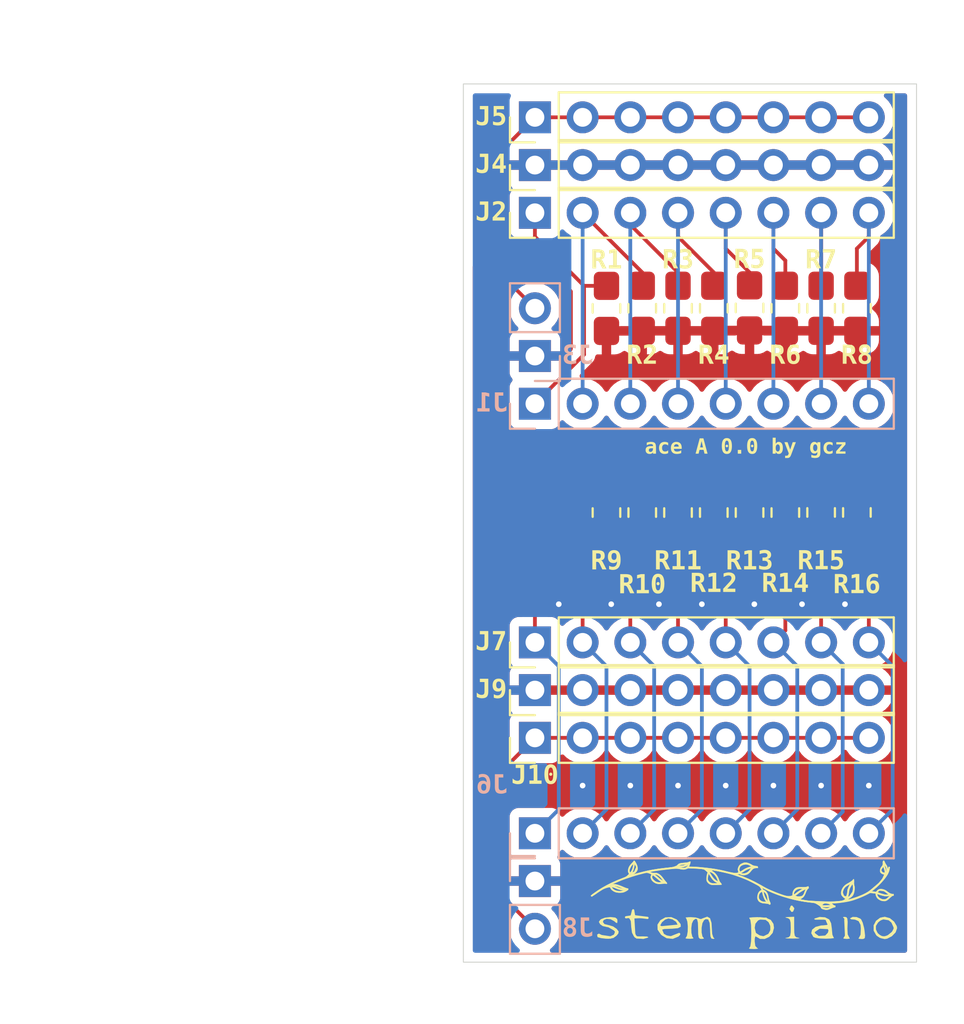
<source format=kicad_pcb>
(kicad_pcb (version 20240108) (generator "pcbnew") (generator_version "8.0")
  (layers (0 "F.Cu" signal) (31 "B.Cu" signal) (34 "B.Paste" user) (35 "F.Paste" user) (36 "B.SilkS" user "B.Silkscreen") (37 "F.SilkS" user "F.Silkscreen") (38 "B.Mask" user) (39 "F.Mask" user) (44 "Edge.Cuts" user))
  (net 0 "")
  (net 1 "Net-(J1-Pin_8)")
  (net 2 "Net-(J1-Pin_3)")
  (net 3 "Net-(J1-Pin_5)")
  (net 4 "Net-(J1-Pin_1)")
  (net 5 "Net-(J1-Pin_7)")
  (net 6 "Net-(J1-Pin_2)")
  (net 7 "Net-(J1-Pin_6)")
  (net 8 "Net-(J1-Pin_4)")
  (net 9 "Net-(J3-Pin_2)")
  (net 10 "Net-(J6-Pin_7)")
  (net 11 "Net-(J6-Pin_6)")
  (net 12 "Net-(J6-Pin_4)")
  (net 13 "Net-(J6-Pin_8)")
  (net 14 "Net-(J6-Pin_5)")
  (net 15 "Net-(J6-Pin_3)")
  (net 16 "Net-(J10-Pin_1)")
  (net 17 "Net-(J6-Pin_1)")
  (net 18 "Net-(J6-Pin_2)")
  (net 19 "GND")
  (footprint "stem_piano_footprints:R_0805_2012_1.20x1.40mm_medpad" (layer "F.Cu") (at 132.715 45.72 -90)
    (property "Reference" "R2" (at 2.54 0 180) (layer "F.SilkS") (effects (font (thickness 0.2) (bold yes))))
    (property "Value" "R" (hide yes))
    (pad "1" smd roundrect (at -1.2 0 270) (size 1.5 1.35) (layers "F.Cu" "F.Paste" "F.Mask") (roundrect_rratio 0.208) (net 6 "Net-(J1-Pin_2)"))
    (pad "2" smd roundrect (at 1.2 0 270) (size 1.5 1.35) (layers "F.Cu" "F.Paste" "F.Mask") (roundrect_rratio 0.208) (net 19 "GND"))
  )
  (footprint "stem_piano_footprints:R_0805_2012_1.20x1.40mm_medpad" (layer "F.Cu") (at 144.145 45.72 -90)
    (property "Reference" "R8" (at 2.54 0 180) (layer "F.SilkS") (effects (font (thickness 0.2) (bold yes))))
    (property "Value" "R" (hide yes))
    (pad "1" smd roundrect (at -1.2 0 270) (size 1.5 1.35) (layers "F.Cu" "F.Paste" "F.Mask") (roundrect_rratio 0.208) (net 1 "Net-(J1-Pin_8)"))
    (pad "2" smd roundrect (at 1.2 0 270) (size 1.5 1.35) (layers "F.Cu" "F.Paste" "F.Mask") (roundrect_rratio 0.208) (net 19 "GND"))
  )
  (footprint "stem_piano_footprints:R_0805_2012_1.20x1.40mm_medpad" (layer "F.Cu") (at 130.81 56.5912 90)
    (property "Reference" "R9" (at -2.61 0 0) (layer "F.SilkS") (effects (font (thickness 0.2) (bold yes))))
    (property "Value" "R" (hide yes))
    (pad "1" smd roundrect (at -1.2 0 90) (size 1.5 1.35) (layers "F.Cu" "F.Paste" "F.Mask") (roundrect_rratio 0.208) (net 17 "Net-(J6-Pin_1)"))
    (pad "2" smd roundrect (at 1.2 0 90) (size 1.5 1.35) (layers "F.Cu" "F.Paste" "F.Mask") (roundrect_rratio 0.208) (net 19 "GND"))
  )
  (footprint "stem_piano_footprints:R_0805_2012_1.20x1.40mm_medpad" (layer "F.Cu") (at 142.24 56.585 90)
    (property "Reference" "R15" (at -2.61 0 0) (layer "F.SilkS") (effects (font (thickness 0.2) (bold yes))))
    (property "Value" "R" (hide yes))
    (pad "1" smd roundrect (at -1.2 0 90) (size 1.5 1.35) (layers "F.Cu" "F.Paste" "F.Mask") (roundrect_rratio 0.208) (net 10 "Net-(J6-Pin_7)"))
    (pad "2" smd roundrect (at 1.2 0 90) (size 1.5 1.35) (layers "F.Cu" "F.Paste" "F.Mask") (roundrect_rratio 0.208) (net 19 "GND"))
  )
  (footprint "Connector_PinHeader_2.54mm:PinHeader_1x08_P2.54mm_Vertical" (layer "F.Cu") (at 127 66.04 90)
    (property "Reference" "J9" (at 0 -2.33 0) (layer "F.SilkS") (effects (font (thickness 0.2) (bold yes))))
    (property "Value" "Conn_01x08_Pin")
    (pad "1" thru_hole rect (at 0 0 90) (size 1.7 1.7) (drill 1) (layers "*.Cu" "*.Mask") (net 19 "GND"))
    (pad "2" thru_hole oval (at 0 2.54 90) (size 1.7 1.7) (drill 1) (layers "*.Cu" "*.Mask") (net 19 "GND"))
    (pad "3" thru_hole oval (at 0 5.08 90) (size 1.7 1.7) (drill 1) (layers "*.Cu" "*.Mask") (net 19 "GND"))
    (pad "4" thru_hole oval (at 0 7.62 90) (size 1.7 1.7) (drill 1) (layers "*.Cu" "*.Mask") (net 19 "GND"))
    (pad "5" thru_hole oval (at 0 10.16 90) (size 1.7 1.7) (drill 1) (layers "*.Cu" "*.Mask") (net 19 "GND"))
    (pad "6" thru_hole oval (at 0 12.7 90) (size 1.7 1.7) (drill 1) (layers "*.Cu" "*.Mask") (net 19 "GND"))
    (pad "7" thru_hole oval (at 0 15.24 90) (size 1.7 1.7) (drill 1) (layers "*.Cu" "*.Mask") (net 19 "GND"))
    (pad "8" thru_hole oval (at 0 17.78 90) (size 1.7 1.7) (drill 1) (layers "*.Cu" "*.Mask") (net 19 "GND"))
  )
  (footprint "stem_piano_footprints:R_0805_2012_1.20x1.40mm_medpad" (layer "F.Cu") (at 134.62 45.72 -90)
    (property "Reference" "R3" (at -2.54 0 180) (layer "F.SilkS") (effects (font (thickness 0.2) (bold yes))))
    (property "Value" "R" (hide yes))
    (pad "1" smd roundrect (at -1.2 0 270) (size 1.5 1.35) (layers "F.Cu" "F.Paste" "F.Mask") (roundrect_rratio 0.208) (net 2 "Net-(J1-Pin_3)"))
    (pad "2" smd roundrect (at 1.2 0 270) (size 1.5 1.35) (layers "F.Cu" "F.Paste" "F.Mask") (roundrect_rratio 0.208) (net 19 "GND"))
  )
  (footprint "stem_piano_footprints:R_0805_2012_1.20x1.40mm_medpad" (layer "F.Cu") (at 144.145 56.585 90)
    (property "Reference" "R16" (at -3.88 0 0) (layer "F.SilkS") (effects (font (thickness 0.2) (bold yes))))
    (property "Value" "R" (hide yes))
    (pad "1" smd roundrect (at -1.2 0 90) (size 1.5 1.35) (layers "F.Cu" "F.Paste" "F.Mask") (roundrect_rratio 0.208) (net 13 "Net-(J6-Pin_8)"))
    (pad "2" smd roundrect (at 1.2 0 90) (size 1.5 1.35) (layers "F.Cu" "F.Paste" "F.Mask") (roundrect_rratio 0.208) (net 19 "GND"))
  )
  (footprint "stem_piano_footprints:R_0805_2012_1.20x1.40mm_medpad" (layer "F.Cu") (at 142.24 45.72 -90)
    (property "Reference" "R7" (at -2.54 0 180) (layer "F.SilkS") (effects (font (thickness 0.2) (bold yes))))
    (property "Value" "R" (hide yes))
    (pad "1" smd roundrect (at -1.2 0 270) (size 1.5 1.35) (layers "F.Cu" "F.Paste" "F.Mask") (roundrect_rratio 0.208) (net 5 "Net-(J1-Pin_7)"))
    (pad "2" smd roundrect (at 1.2 0 270) (size 1.5 1.35) (layers "F.Cu" "F.Paste" "F.Mask") (roundrect_rratio 0.208) (net 19 "GND"))
  )
  (footprint "stem_piano_footprints:R_0805_2012_1.20x1.40mm_medpad" (layer "F.Cu") (at 132.715 56.5912 90)
    (property "Reference" "R10" (at -3.88 0 0) (layer "F.SilkS") (effects (font (thickness 0.2) (bold yes))))
    (property "Value" "R" (hide yes))
    (pad "1" smd roundrect (at -1.2 0 90) (size 1.5 1.35) (layers "F.Cu" "F.Paste" "F.Mask") (roundrect_rratio 0.208) (net 18 "Net-(J6-Pin_2)"))
    (pad "2" smd roundrect (at 1.2 0 90) (size 1.5 1.35) (layers "F.Cu" "F.Paste" "F.Mask") (roundrect_rratio 0.208) (net 19 "GND"))
  )
  (footprint "Connector_PinHeader_2.54mm:PinHeader_1x08_P2.54mm_Vertical" (layer "F.Cu") (at 127 68.58 90)
    (property "Reference" "J10" (at -2.032 0 0) (layer "F.SilkS") (effects (font (thickness 0.2) (bold yes))))
    (property "Value" "Conn_01x08_Pin")
    (pad "1" thru_hole rect (at 0 0 90) (size 1.7 1.7) (drill 1) (layers "*.Cu" "*.Mask") (net 16 "Net-(J10-Pin_1)"))
    (pad "2" thru_hole oval (at 0 2.54 90) (size 1.7 1.7) (drill 1) (layers "*.Cu" "*.Mask") (net 16 "Net-(J10-Pin_1)"))
    (pad "3" thru_hole oval (at 0 5.08 90) (size 1.7 1.7) (drill 1) (layers "*.Cu" "*.Mask") (net 16 "Net-(J10-Pin_1)"))
    (pad "4" thru_hole oval (at 0 7.62 90) (size 1.7 1.7) (drill 1) (layers "*.Cu" "*.Mask") (net 16 "Net-(J10-Pin_1)"))
    (pad "5" thru_hole oval (at 0 10.16 90) (size 1.7 1.7) (drill 1) (layers "*.Cu" "*.Mask") (net 16 "Net-(J10-Pin_1)"))
    (pad "6" thru_hole oval (at 0 12.7 90) (size 1.7 1.7) (drill 1) (layers "*.Cu" "*.Mask") (net 16 "Net-(J10-Pin_1)"))
    (pad "7" thru_hole oval (at 0 15.24 90) (size 1.7 1.7) (drill 1) (layers "*.Cu" "*.Mask") (net 16 "Net-(J10-Pin_1)"))
    (pad "8" thru_hole oval (at 0 17.78 90) (size 1.7 1.7) (drill 1) (layers "*.Cu" "*.Mask") (net 16 "Net-(J10-Pin_1)"))
  )
  (footprint "Connector_PinHeader_2.54mm:PinHeader_1x08_P2.54mm_Vertical" (layer "F.Cu") (at 127 40.64 90)
    (property "Reference" "J2" (at 0 -2.33 0) (layer "F.SilkS") (effects (font (thickness 0.2) (bold yes))))
    (property "Value" "Conn_01x08_Pin")
    (pad "1" thru_hole rect (at 0 0 90) (size 1.7 1.7) (drill 1) (layers "*.Cu" "*.Mask") (net 4 "Net-(J1-Pin_1)"))
    (pad "2" thru_hole oval (at 0 2.54 90) (size 1.7 1.7) (drill 1) (layers "*.Cu" "*.Mask") (net 6 "Net-(J1-Pin_2)"))
    (pad "3" thru_hole oval (at 0 5.08 90) (size 1.7 1.7) (drill 1) (layers "*.Cu" "*.Mask") (net 2 "Net-(J1-Pin_3)"))
    (pad "4" thru_hole oval (at 0 7.62 90) (size 1.7 1.7) (drill 1) (layers "*.Cu" "*.Mask") (net 8 "Net-(J1-Pin_4)"))
    (pad "5" thru_hole oval (at 0 10.16 90) (size 1.7 1.7) (drill 1) (layers "*.Cu" "*.Mask") (net 3 "Net-(J1-Pin_5)"))
    (pad "6" thru_hole oval (at 0 12.7 90) (size 1.7 1.7) (drill 1) (layers "*.Cu" "*.Mask") (net 7 "Net-(J1-Pin_6)"))
    (pad "7" thru_hole oval (at 0 15.24 90) (size 1.7 1.7) (drill 1) (layers "*.Cu" "*.Mask") (net 5 "Net-(J1-Pin_7)"))
    (pad "8" thru_hole oval (at 0 17.78 90) (size 1.7 1.7) (drill 1) (layers "*.Cu" "*.Mask") (net 1 "Net-(J1-Pin_8)"))
  )
  (footprint "stem_piano_footprints:stem_branch_07_inch" (layer "F.Cu") (at 137.922 76.454)
    (property "Reference" "G***" (hide yes))
    (property "Value" "LOGO" (hide yes))
  )
  (footprint "stem_piano_footprints:R_0805_2012_1.20x1.40mm_medpad" (layer "F.Cu") (at 134.62 56.5912 90)
    (property "Reference" "R11" (at -2.61 0 0) (layer "F.SilkS") (effects (font (thickness 0.2) (bold yes))))
    (property "Value" "R" (hide yes))
    (pad "1" smd roundrect (at -1.2 0 90) (size 1.5 1.35) (layers "F.Cu" "F.Paste" "F.Mask") (roundrect_rratio 0.208) (net 15 "Net-(J6-Pin_3)"))
    (pad "2" smd roundrect (at 1.2 0 90) (size 1.5 1.35) (layers "F.Cu" "F.Paste" "F.Mask") (roundrect_rratio 0.208) (net 19 "GND"))
  )
  (footprint "stem_piano_footprints:stem_name_07_inch" (layer "F.Cu") (at 138.43 78.74)
    (property "Reference" "G***" (hide yes))
    (property "Value" "LOGO" (hide yes))
  )
  (footprint "stem_piano_footprints:R_0805_2012_1.20x1.40mm_medpad" (layer "F.Cu") (at 130.81 45.7262 -90)
    (property "Reference" "R1" (at -2.54 0 180) (layer "F.SilkS") (effects (font (thickness 0.2) (bold yes))))
    (property "Value" "R" (hide yes))
    (pad "1" smd roundrect (at -1.2 0 270) (size 1.5 1.35) (layers "F.Cu" "F.Paste" "F.Mask") (roundrect_rratio 0.208) (net 4 "Net-(J1-Pin_1)"))
    (pad "2" smd roundrect (at 1.2 0 270) (size 1.5 1.35) (layers "F.Cu" "F.Paste" "F.Mask") (roundrect_rratio 0.208) (net 19 "GND"))
  )
  (footprint "Connector_PinHeader_2.54mm:PinHeader_1x08_P2.54mm_Vertical" (layer "F.Cu") (at 127 63.5 90)
    (property "Reference" "J7" (at 0 -2.33 0) (layer "F.SilkS") (effects (font (thickness 0.2) (bold yes))))
    (property "Value" "Conn_01x08_Pin")
    (pad "1" thru_hole rect (at 0 0 90) (size 1.7 1.7) (drill 1) (layers "*.Cu" "*.Mask") (net 17 "Net-(J6-Pin_1)"))
    (pad "2" thru_hole oval (at 0 2.54 90) (size 1.7 1.7) (drill 1) (layers "*.Cu" "*.Mask") (net 18 "Net-(J6-Pin_2)"))
    (pad "3" thru_hole oval (at 0 5.08 90) (size 1.7 1.7) (drill 1) (layers "*.Cu" "*.Mask") (net 15 "Net-(J6-Pin_3)"))
    (pad "4" thru_hole oval (at 0 7.62 90) (size 1.7 1.7) (drill 1) (layers "*.Cu" "*.Mask") (net 12 "Net-(J6-Pin_4)"))
    (pad "5" thru_hole oval (at 0 10.16 90) (size 1.7 1.7) (drill 1) (layers "*.Cu" "*.Mask") (net 14 "Net-(J6-Pin_5)"))
    (pad "6" thru_hole oval (at 0 12.7 90) (size 1.7 1.7) (drill 1) (layers "*.Cu" "*.Mask") (net 11 "Net-(J6-Pin_6)"))
    (pad "7" thru_hole oval (at 0 15.24 90) (size 1.7 1.7) (drill 1) (layers "*.Cu" "*.Mask") (net 10 "Net-(J6-Pin_7)"))
    (pad "8" thru_hole oval (at 0 17.78 90) (size 1.7 1.7) (drill 1) (layers "*.Cu" "*.Mask") (net 13 "Net-(J6-Pin_8)"))
  )
  (footprint "stem_piano_footprints:R_0805_2012_1.20x1.40mm_medpad" (layer "F.Cu") (at 136.525 45.72 -90)
    (property "Reference" "R4" (at 2.54 0 180) (layer "F.SilkS") (effects (font (thickness 0.2) (bold yes))))
    (property "Value" "R" (hide yes))
    (pad "1" smd roundrect (at -1.2 0 270) (size 1.5 1.35) (layers "F.Cu" "F.Paste" "F.Mask") (roundrect_rratio 0.208) (net 8 "Net-(J1-Pin_4)"))
    (pad "2" smd roundrect (at 1.2 0 270) (size 1.5 1.35) (layers "F.Cu" "F.Paste" "F.Mask") (roundrect_rratio 0.208) (net 19 "GND"))
  )
  (footprint "Connector_PinHeader_2.54mm:PinHeader_1x08_P2.54mm_Vertical" (layer "F.Cu") (at 127 35.56 90)
    (property "Reference" "J5" (at 0 -2.33 0) (layer "F.SilkS") (effects (font (thickness 0.2) (bold yes))))
    (property "Value" "Conn_01x08_Pin")
    (pad "1" thru_hole rect (at 0 0 90) (size 1.7 1.7) (drill 1) (layers "*.Cu" "*.Mask") (net 9 "Net-(J3-Pin_2)"))
    (pad "2" thru_hole oval (at 0 2.54 90) (size 1.7 1.7) (drill 1) (layers "*.Cu" "*.Mask") (net 9 "Net-(J3-Pin_2)"))
    (pad "3" thru_hole oval (at 0 5.08 90) (size 1.7 1.7) (drill 1) (layers "*.Cu" "*.Mask") (net 9 "Net-(J3-Pin_2)"))
    (pad "4" thru_hole oval (at 0 7.62 90) (size 1.7 1.7) (drill 1) (layers "*.Cu" "*.Mask") (net 9 "Net-(J3-Pin_2)"))
    (pad "5" thru_hole oval (at 0 10.16 90) (size 1.7 1.7) (drill 1) (layers "*.Cu" "*.Mask") (net 9 "Net-(J3-Pin_2)"))
    (pad "6" thru_hole oval (at 0 12.7 90) (size 1.7 1.7) (drill 1) (layers "*.Cu" "*.Mask") (net 9 "Net-(J3-Pin_2)"))
    (pad "7" thru_hole oval (at 0 15.24 90) (size 1.7 1.7) (drill 1) (layers "*.Cu" "*.Mask") (net 9 "Net-(J3-Pin_2)"))
    (pad "8" thru_hole oval (at 0 17.78 90) (size 1.7 1.7) (drill 1) (layers "*.Cu" "*.Mask") (net 9 "Net-(J3-Pin_2)"))
  )
  (footprint "stem_piano_footprints:R_0805_2012_1.20x1.40mm_medpad" (layer "F.Cu") (at 138.43 45.7008 -90)
    (property "Reference" "R5" (at -2.54 0 180) (layer "F.SilkS") (effects (font (thickness 0.2) (bold yes))))
    (property "Value" "R" (hide yes))
    (pad "1" smd roundrect (at -1.2 0 270) (size 1.5 1.35) (layers "F.Cu" "F.Paste" "F.Mask") (roundrect_rratio 0.208) (net 3 "Net-(J1-Pin_5)"))
    (pad "2" smd roundrect (at 1.2 0 270) (size 1.5 1.35) (layers "F.Cu" "F.Paste" "F.Mask") (roundrect_rratio 0.208) (net 19 "GND"))
  )
  (footprint "Connector_PinHeader_2.54mm:PinHeader_1x08_P2.54mm_Vertical" (layer "F.Cu") (at 127 38.1 90)
    (property "Reference" "J4" (at 0 -2.33 0) (layer "F.SilkS") (effects (font (thickness 0.2) (bold yes))))
    (property "Value" "Conn_01x08_Pin")
    (pad "1" thru_hole rect (at 0 0 90) (size 1.7 1.7) (drill 1) (layers "*.Cu" "*.Mask") (net 19 "GND"))
    (pad "2" thru_hole oval (at 0 2.54 90) (size 1.7 1.7) (drill 1) (layers "*.Cu" "*.Mask") (net 19 "GND"))
    (pad "3" thru_hole oval (at 0 5.08 90) (size 1.7 1.7) (drill 1) (layers "*.Cu" "*.Mask") (net 19 "GND"))
    (pad "4" thru_hole oval (at 0 7.62 90) (size 1.7 1.7) (drill 1) (layers "*.Cu" "*.Mask") (net 19 "GND"))
    (pad "5" thru_hole oval (at 0 10.16 90) (size 1.7 1.7) (drill 1) (layers "*.Cu" "*.Mask") (net 19 "GND"))
    (pad "6" thru_hole oval (at 0 12.7 90) (size 1.7 1.7) (drill 1) (layers "*.Cu" "*.Mask") (net 19 "GND"))
    (pad "7" thru_hole oval (at 0 15.24 90) (size 1.7 1.7) (drill 1) (layers "*.Cu" "*.Mask") (net 19 "GND"))
    (pad "8" thru_hole oval (at 0 17.78 90) (size 1.7 1.7) (drill 1) (layers "*.Cu" "*.Mask") (net 19 "GND"))
  )
  (footprint "stem_piano_footprints:R_0805_2012_1.20x1.40mm_medpad" (layer "F.Cu") (at 136.525 56.5912 90)
    (property "Reference" "R12" (at -3.81 0 0) (layer "F.SilkS") (effects (font (thickness 0.2) (bold yes))))
    (property "Value" "R" (hide yes))
    (pad "1" smd roundrect (at -1.2 0 90) (size 1.5 1.35) (layers "F.Cu" "F.Paste" "F.Mask") (roundrect_rratio 0.208) (net 12 "Net-(J6-Pin_4)"))
    (pad "2" smd roundrect (at 1.2 0 90) (size 1.5 1.35) (layers "F.Cu" "F.Paste" "F.Mask") (roundrect_rratio 0.208) (net 19 "GND"))
  )
  (footprint "stem_piano_footprints:R_0805_2012_1.20x1.40mm_medpad" (layer "F.Cu") (at 140.335 56.5912 90)
    (property "Reference" "R14" (at -3.81 0 0) (layer "F.SilkS") (effects (font (thickness 0.2) (bold yes))))
    (property "Value" "R" (hide yes))
    (pad "1" smd roundrect (at -1.2 0 90) (size 1.5 1.35) (layers "F.Cu" "F.Paste" "F.Mask") (roundrect_rratio 0.208) (net 11 "Net-(J6-Pin_6)"))
    (pad "2" smd roundrect (at 1.2 0 90) (size 1.5 1.35) (layers "F.Cu" "F.Paste" "F.Mask") (roundrect_rratio 0.208) (net 19 "GND"))
  )
  (footprint "stem_piano_footprints:R_0805_2012_1.20x1.40mm_medpad" (layer "F.Cu") (at 140.335 45.72 -90)
    (property "Reference" "R6" (at 2.54 0 180) (layer "F.SilkS") (effects (font (thickness 0.2) (bold yes))))
    (property "Value" "R" (hide yes))
    (pad "1" smd roundrect (at -1.2 0 270) (size 1.5 1.35) (layers "F.Cu" "F.Paste" "F.Mask") (roundrect_rratio 0.208) (net 7 "Net-(J1-Pin_6)"))
    (pad "2" smd roundrect (at 1.2 0 270) (size 1.5 1.35) (layers "F.Cu" "F.Paste" "F.Mask") (roundrect_rratio 0.208) (net 19 "GND"))
  )
  (footprint "stem_piano_footprints:R_0805_2012_1.20x1.40mm_medpad" (layer "F.Cu") (at 138.43 56.5912 90)
    (property "Reference" "R13" (at -2.61 0 0) (layer "F.SilkS") (effects (font (thickness 0.2) (bold yes))))
    (property "Value" "R" (hide yes))
    (pad "1" smd roundrect (at -1.2 0 90) (size 1.5 1.35) (layers "F.Cu" "F.Paste" "F.Mask") (roundrect_rratio 0.208) (net 14 "Net-(J6-Pin_5)"))
    (pad "2" smd roundrect (at 1.2 0 90) (size 1.5 1.35) (layers "F.Cu" "F.Paste" "F.Mask") (roundrect_rratio 0.208) (net 19 "GND"))
  )
  (footprint "Connector_PinSocket_2.54mm:PinSocket_1x08_P2.54mm_Vertical" (layer "B.Cu") (at 127 73.66 -90)
    (property "Reference" "J6" (at -2.54 2.286 360) (layer "B.SilkS") (effects (font (thickness 0.2) (bold yes)) (justify mirror)))
    (property "Value" "Conn_01x08_Socket")
    (pad "1" thru_hole rect (at 0 0 270) (size 1.7 1.7) (drill 1) (layers "*.Cu" "*.Mask") (net 17 "Net-(J6-Pin_1)"))
    (pad "2" thru_hole oval (at 0 -2.54 270) (size 1.7 1.7) (drill 1) (layers "*.Cu" "*.Mask") (net 18 "Net-(J6-Pin_2)"))
    (pad "3" thru_hole oval (at 0 -5.08 270) (size 1.7 1.7) (drill 1) (layers "*.Cu" "*.Mask") (net 15 "Net-(J6-Pin_3)"))
    (pad "4" thru_hole oval (at 0 -7.62 270) (size 1.7 1.7) (drill 1) (layers "*.Cu" "*.Mask") (net 12 "Net-(J6-Pin_4)"))
    (pad "5" thru_hole oval (at 0 -10.16 270) (size 1.7 1.7) (drill 1) (layers "*.Cu" "*.Mask") (net 14 "Net-(J6-Pin_5)"))
    (pad "6" thru_hole oval (at 0 -12.7 270) (size 1.7 1.7) (drill 1) (layers "*.Cu" "*.Mask") (net 11 "Net-(J6-Pin_6)"))
    (pad "7" thru_hole oval (at 0 -15.24 270) (size 1.7 1.7) (drill 1) (layers "*.Cu" "*.Mask") (net 10 "Net-(J6-Pin_7)"))
    (pad "8" thru_hole oval (at 0 -17.78 270) (size 1.7 1.7) (drill 1) (layers "*.Cu" "*.Mask") (net 13 "Net-(J6-Pin_8)"))
  )
  (footprint "Connector_PinSocket_2.54mm:PinSocket_1x08_P2.54mm_Vertical" (layer "B.Cu") (at 127 50.8 -90)
    (property "Reference" "J1" (at 0 2.286 0) (layer "B.SilkS") (effects (font (thickness 0.2) (bold yes)) (justify mirror)))
    (property "Value" "Conn_01x08_Socket")
    (pad "1" thru_hole rect (at 0 0 270) (size 1.7 1.7) (drill 1) (layers "*.Cu" "*.Mask") (net 4 "Net-(J1-Pin_1)"))
    (pad "2" thru_hole oval (at 0 -2.54 270) (size 1.7 1.7) (drill 1) (layers "*.Cu" "*.Mask") (net 6 "Net-(J1-Pin_2)"))
    (pad "3" thru_hole oval (at 0 -5.08 270) (size 1.7 1.7) (drill 1) (layers "*.Cu" "*.Mask") (net 2 "Net-(J1-Pin_3)"))
    (pad "4" thru_hole oval (at 0 -7.62 270) (size 1.7 1.7) (drill 1) (layers "*.Cu" "*.Mask") (net 8 "Net-(J1-Pin_4)"))
    (pad "5" thru_hole oval (at 0 -10.16 270) (size 1.7 1.7) (drill 1) (layers "*.Cu" "*.Mask") (net 3 "Net-(J1-Pin_5)"))
    (pad "6" thru_hole oval (at 0 -12.7 270) (size 1.7 1.7) (drill 1) (layers "*.Cu" "*.Mask") (net 7 "Net-(J1-Pin_6)"))
    (pad "7" thru_hole oval (at 0 -15.24 270) (size 1.7 1.7) (drill 1) (layers "*.Cu" "*.Mask") (net 5 "Net-(J1-Pin_7)"))
    (pad "8" thru_hole oval (at 0 -17.78 270) (size 1.7 1.7) (drill 1) (layers "*.Cu" "*.Mask") (net 1 "Net-(J1-Pin_8)"))
  )
  (footprint "Connector_PinSocket_2.54mm:PinSocket_1x02_P2.54mm_Vertical" (layer "B.Cu") (at 127 76.2 180)
    (property "Reference" "J8" (at -2.286 -2.54 0) (layer "B.SilkS") (effects (font (thickness 0.2) (bold yes)) (justify mirror)))
    (property "Value" "Conn_01x02_Socket")
    (pad "1" thru_hole rect (at 0 0 180) (size 1.7 1.7) (drill 1) (layers "*.Cu" "*.Mask") (net 19 "GND"))
    (pad "2" thru_hole oval (at 0 -2.54 180) (size 1.7 1.7) (drill 1) (layers "*.Cu" "*.Mask") (net 16 "Net-(J10-Pin_1)"))
  )
  (footprint "Connector_PinSocket_2.54mm:PinSocket_1x02_P2.54mm_Vertical" (layer "B.Cu") (at 127 48.26)
    (property "Reference" "J3" (at 2.286 0 360) (layer "B.SilkS") (effects (font (thickness 0.2) (bold yes)) (justify mirror)))
    (property "Value" "Conn_01x02_Socket")
    (pad "1" thru_hole rect (at 0 0) (size 1.7 1.7) (drill 1) (layers "*.Cu" "*.Mask") (net 19 "GND"))
    (pad "2" thru_hole oval (at 0 -2.54) (size 1.7 1.7) (drill 1) (layers "*.Cu" "*.Mask") (net 9 "Net-(J3-Pin_2)"))
  )
  (gr_rect (start 123.19 33.782) (end 147.32 80.518) (stroke (width 0.05)) (fill none) (layer "Edge.Cuts"))
  (gr_text "ace A 0.0 by gcz" (at 132.842 53.594 0) (layer "F.SilkS") (effects (font (size 0.8 0.8) (thickness 0.125) (bold yes)) (justify left bottom)))
  (segment (start 144.78 41.91) (end 144.78 40.64) (width 0.2) (layer "F.Cu") (net 1))
  (segment (start 144.145 44.52) (end 144.145 42.545) (width 0.2) (layer "F.Cu") (net 1))
  (segment (start 144.145 42.545) (end 144.78 41.91) (width 0.2) (layer "F.Cu") (net 1))
  (segment (start 144.78 50.8) (end 144.78 40.64) (width 0.2) (layer "B.Cu") (net 1))
  (segment (start 134.62 43.815) (end 132.08 41.275) (width 0.2) (layer "F.Cu") (net 2))
  (segment (start 134.62 44.52) (end 134.62 43.815) (width 0.2) (layer "F.Cu") (net 2))
  (segment (start 132.08 41.275) (end 132.08 40.64) (width 0.2) (layer "F.Cu") (net 2))
  (segment (start 132.08 50.8) (end 132.08 40.64) (width 0.2) (layer "B.Cu") (net 2))
  (segment (start 137.16 42.545) (end 137.16 40.64) (width 0.2) (layer "F.Cu") (net 3))
  (segment (start 138.43 44.5008) (end 138.43 43.815) (width 0.2) (layer "F.Cu") (net 3))
  (segment (start 138.43 43.815) (end 137.16 42.545) (width 0.2) (layer "F.Cu") (net 3))
  (segment (start 137.16 40.64) (end 137.16 50.8) (width 0.2) (layer "B.Cu") (net 3))
  (segment (start 130.81 44.5262) (end 129.6162 44.5262) (width 0.2) (layer "F.Cu") (net 4))
  (segment (start 127 50.8) (end 129.6162 48.1838) (width 0.2) (layer "F.Cu") (net 4))
  (segment (start 127 41.91) (end 127 40.64) (width 0.2) (layer "F.Cu") (net 4))
  (segment (start 129.6162 48.1838) (end 129.6162 44.5262) (width 0.2) (layer "F.Cu") (net 4))
  (segment (start 129.6162 44.5262) (end 127 41.91) (width 0.2) (layer "F.Cu") (net 4))
  (segment (start 142.24 44.52) (end 142.24 40.64) (width 0.2) (layer "F.Cu") (net 5))
  (segment (start 142.24 50.8) (end 142.24 40.64) (width 0.2) (layer "B.Cu") (net 5))
  (segment (start 132.715 44.52) (end 132.715 43.815) (width 0.2) (layer "F.Cu") (net 6))
  (segment (start 132.715 43.815) (end 129.54 40.64) (width 0.2) (layer "F.Cu") (net 6))
  (segment (start 129.54 40.64) (end 129.54 50.8) (width 0.2) (layer "B.Cu") (net 6))
  (segment (start 139.7 42.545) (end 139.7 40.64) (width 0.2) (layer "F.Cu") (net 7))
  (segment (start 140.335 44.52) (end 140.335 43.18) (width 0.2) (layer "F.Cu") (net 7))
  (segment (start 140.335 43.18) (end 139.7 42.545) (width 0.2) (layer "F.Cu") (net 7))
  (segment (start 139.7 50.8) (end 139.7 40.64) (width 0.2) (layer "B.Cu") (net 7))
  (segment (start 136.525 44.52) (end 136.525 43.815) (width 0.2) (layer "F.Cu") (net 8))
  (segment (start 134.62 41.91) (end 134.62 40.64) (width 0.2) (layer "F.Cu") (net 8))
  (segment (start 136.525 43.815) (end 134.62 41.91) (width 0.2) (layer "F.Cu") (net 8))
  (segment (start 134.62 40.64) (end 134.62 50.8) (width 0.2) (layer "B.Cu") (net 8))
  (segment (start 127 45.72) (end 124.46 43.18) (width 0.2) (layer "F.Cu") (net 9))
  (segment (start 124.46 38.1) (end 127 35.56) (width 0.2) (layer "F.Cu") (net 9))
  (segment (start 124.46 43.18) (end 124.46 38.1) (width 0.2) (layer "F.Cu") (net 9))
  (segment (start 127 35.56) (end 144.78 35.56) (width 0.2) (layer "F.Cu") (net 9))
  (segment (start 142.24 57.785) (end 142.24 63.5) (width 0.2) (layer "F.Cu") (net 10))
  (segment (start 143.39 64.65) (end 143.39 72.51) (width 0.2) (layer "B.Cu") (net 10))
  (segment (start 143.39 72.51) (end 142.24 73.66) (width 0.2) (layer "B.Cu") (net 10))
  (segment (start 142.24 63.5) (end 143.39 64.65) (width 0.2) (layer "B.Cu") (net 10))
  (segment (start 140.335 62.865) (end 139.7 63.5) (width 0.2) (layer "F.Cu") (net 11))
  (segment (start 140.335 57.7912) (end 140.335 62.865) (width 0.2) (layer "F.Cu") (net 11))
  (segment (start 140.97 64.77) (end 140.97 72.39) (width 0.2) (layer "B.Cu") (net 11))
  (segment (start 139.7 63.5) (end 140.97 64.77) (width 0.2) (layer "B.Cu") (net 11))
  (segment (start 140.97 72.39) (end 139.7 73.66) (width 0.2) (layer "B.Cu") (net 11))
  (segment (start 136.525 59.055) (end 134.62 60.96) (width 0.2) (layer "F.Cu") (net 12))
  (segment (start 134.62 60.96) (end 134.62 63.5) (width 0.2) (layer "F.Cu") (net 12))
  (segment (start 136.525 57.7912) (end 136.525 59.055) (width 0.2) (layer "F.Cu") (net 12))
  (segment (start 135.89 72.39) (end 134.62 73.66) (width 0.2) (layer "B.Cu") (net 12))
  (segment (start 135.89 64.77) (end 135.89 72.39) (width 0.2) (layer "B.Cu") (net 12))
  (segment (start 134.62 63.5) (end 135.89 64.77) (width 0.2) (layer "B.Cu") (net 12))
  (segment (start 144.145 59.69) (end 144.78 60.325) (width 0.2) (layer "F.Cu") (net 13))
  (segment (start 144.145 57.785) (end 144.145 59.69) (width 0.2) (layer "F.Cu") (net 13))
  (segment (start 144.78 60.325) (end 144.78 63.5) (width 0.2) (layer "F.Cu") (net 13))
  (segment (start 146.05 64.77) (end 146.05 72.39) (width 0.2) (layer "B.Cu") (net 13))
  (segment (start 146.05 72.39) (end 144.78 73.66) (width 0.2) (layer "B.Cu") (net 13))
  (segment (start 144.78 63.5) (end 146.05 64.77) (width 0.2) (layer "B.Cu") (net 13))
  (segment (start 138.43 57.7912) (end 138.43 59.69) (width 0.2) (layer "F.Cu") (net 14))
  (segment (start 137.16 60.96) (end 137.16 63.5) (width 0.2) (layer "F.Cu") (net 14))
  (segment (start 138.43 59.69) (end 137.16 60.96) (width 0.2) (layer "F.Cu") (net 14))
  (segment (start 138.43 72.39) (end 137.16 73.66) (width 0.2) (layer "B.Cu") (net 14))
  (segment (start 137.16 63.5) (end 138.43 64.77) (width 0.2) (layer "B.Cu") (net 14))
  (segment (start 138.43 64.77) (end 138.43 72.39) (width 0.2) (layer "B.Cu") (net 14))
  (segment (start 132.08 61.595) (end 132.08 63.5) (width 0.2) (layer "F.Cu") (net 15))
  (segment (start 134.62 59.055) (end 132.08 61.595) (width 0.2) (layer "F.Cu") (net 15))
  (segment (start 134.62 57.7912) (end 134.62 59.055) (width 0.2) (layer "F.Cu") (net 15))
  (segment (start 133.35 64.77) (end 133.35 72.39) (width 0.2) (layer "B.Cu") (net 15))
  (segment (start 133.35 72.39) (end 132.08 73.66) (width 0.2) (layer "B.Cu") (net 15))
  (segment (start 132.08 63.5) (end 133.35 64.77) (width 0.2) (layer "B.Cu") (net 15))
  (segment (start 127 78.74) (end 124.46 76.2) (width 0.2) (layer "F.Cu") (net 16))
  (segment (start 124.46 71.12) (end 127 68.58) (width 0.2) (layer "F.Cu") (net 16))
  (segment (start 124.46 76.2) (end 124.46 71.12) (width 0.2) (layer "F.Cu") (net 16))
  (segment (start 127 68.58) (end 144.78 68.58) (width 0.2) (layer "F.Cu") (net 16))
  (segment (start 129.5462 57.7912) (end 129.54 57.785) (width 0.2) (layer "F.Cu") (net 17))
  (segment (start 130.81 57.7912) (end 129.5462 57.7912) (width 0.2) (layer "F.Cu") (net 17))
  (segment (start 129.54 57.785) (end 127 60.325) (width 0.2) (layer "F.Cu") (net 17))
  (segment (start 127 60.325) (end 127 63.5) (width 0.2) (layer "F.Cu") (net 17))
  (segment (start 127 63.5) (end 128.27 64.77) (width 0.2) (layer "B.Cu") (net 17))
  (segment (start 128.27 72.39) (end 127 73.66) (width 0.2) (layer "B.Cu") (net 17))
  (segment (start 128.27 64.77) (end 128.27 72.39) (width 0.2) (layer "B.Cu") (net 17))
  (segment (start 132.715 58.42) (end 129.54 61.595) (width 0.2) (layer "F.Cu") (net 18))
  (segment (start 132.715 57.7912) (end 132.715 58.42) (width 0.2) (layer "F.Cu") (net 18))
  (segment (start 129.54 61.595) (end 129.54 63.5) (width 0.2) (layer "F.Cu") (net 18))
  (segment (start 129.54 63.5) (end 130.81 64.77) (width 0.2) (layer "B.Cu") (net 18))
  (segment (start 130.81 64.77) (end 130.81 72.39) (width 0.2) (layer "B.Cu") (net 18))
  (segment (start 130.81 72.39) (end 129.54 73.66) (width 0.2) (layer "B.Cu") (net 18))
  (segment (start 127 38.1) (end 144.78 38.1) (width 0.2) (layer "F.Cu") (net 19))
  (segment (start 127 66.04) (end 144.78 66.04) (width 0.2) (layer "F.Cu") (net 19))
  (via (at 143.51 61.468) (size 0.6) (drill 0.3) (layers "F.Cu" "B.Cu") (net 19))
  (via (at 144.78 71.12) (size 0.6) (drill 0.3) (layers "F.Cu" "B.Cu") (net 19))
  (via (at 133.604 61.468) (size 0.6) (drill 0.3) (layers "F.Cu" "B.Cu") (net 19))
  (via (at 134.62 71.12) (size 0.6) (drill 0.3) (layers "F.Cu" "B.Cu") (net 19))
  (via (at 129.54 71.12) (size 0.6) (drill 0.3) (layers "F.Cu" "B.Cu") (net 19))
  (via (at 135.89 61.468) (size 0.6) (drill 0.3) (layers "F.Cu" "B.Cu") (net 19))
  (via (at 138.684 61.468) (size 0.6) (drill 0.3) (layers "F.Cu" "B.Cu") (net 19))
  (via (at 137.16 71.12) (size 0.6) (drill 0.3) (layers "F.Cu" "B.Cu") (net 19))
  (via (at 128.27 61.468) (size 0.6) (drill 0.3) (layers "F.Cu" "B.Cu") (net 19))
  (via (at 139.7 71.12) (size 0.6) (drill 0.3) (layers "F.Cu" "B.Cu") (net 19))
  (via (at 131.064 61.468) (size 0.6) (drill 0.3) (layers "F.Cu" "B.Cu") (net 19))
  (via (at 141.224 61.468) (size 0.6) (drill 0.3) (layers "F.Cu" "B.Cu") (net 19))
  (via (at 132.08 71.12) (size 0.6) (drill 0.3) (layers "F.Cu" "B.Cu") (net 19))
  (via (at 142.24 71.12) (size 0.6) (drill 0.3) (layers "F.Cu" "B.Cu") (net 19))
  (zone (net 19) (net_name "GND") (layers "F&B.Cu") (connect_pads (clearance 0.5)) (min_thickness 0.25) (fill yes (thermal_gap 0.5) (thermal_bridge_width 0.5))
    (polygon (pts (xy 119.38 30.48) (xy 149.86 30.48) (xy 149.86 83.82) (xy 119.38 83.82)))
  )
)
</source>
